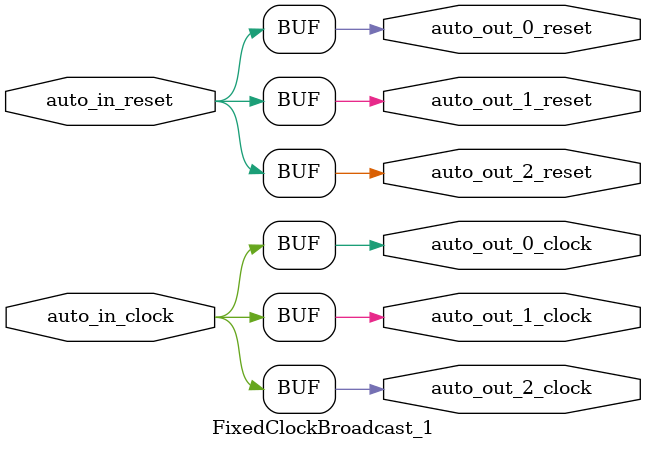
<source format=sv>
`ifndef RANDOMIZE
  `ifdef RANDOMIZE_REG_INIT
    `define RANDOMIZE
  `endif // RANDOMIZE_REG_INIT
`endif // not def RANDOMIZE
`ifndef RANDOMIZE
  `ifdef RANDOMIZE_MEM_INIT
    `define RANDOMIZE
  `endif // RANDOMIZE_MEM_INIT
`endif // not def RANDOMIZE

`ifndef RANDOM
  `define RANDOM $random
`endif // not def RANDOM

// Users can define 'PRINTF_COND' to add an extra gate to prints.
`ifndef PRINTF_COND_
  `ifdef PRINTF_COND
    `define PRINTF_COND_ (`PRINTF_COND)
  `else  // PRINTF_COND
    `define PRINTF_COND_ 1
  `endif // PRINTF_COND
`endif // not def PRINTF_COND_

// Users can define 'ASSERT_VERBOSE_COND' to add an extra gate to assert error printing.
`ifndef ASSERT_VERBOSE_COND_
  `ifdef ASSERT_VERBOSE_COND
    `define ASSERT_VERBOSE_COND_ (`ASSERT_VERBOSE_COND)
  `else  // ASSERT_VERBOSE_COND
    `define ASSERT_VERBOSE_COND_ 1
  `endif // ASSERT_VERBOSE_COND
`endif // not def ASSERT_VERBOSE_COND_

// Users can define 'STOP_COND' to add an extra gate to stop conditions.
`ifndef STOP_COND_
  `ifdef STOP_COND
    `define STOP_COND_ (`STOP_COND)
  `else  // STOP_COND
    `define STOP_COND_ 1
  `endif // STOP_COND
`endif // not def STOP_COND_

// Users can define INIT_RANDOM as general code that gets injected into the
// initializer block for modules with registers.
`ifndef INIT_RANDOM
  `define INIT_RANDOM
`endif // not def INIT_RANDOM

// If using random initialization, you can also define RANDOMIZE_DELAY to
// customize the delay used, otherwise 0.002 is used.
`ifndef RANDOMIZE_DELAY
  `define RANDOMIZE_DELAY 0.002
`endif // not def RANDOMIZE_DELAY

// Define INIT_RANDOM_PROLOG_ for use in our modules below.
`ifndef INIT_RANDOM_PROLOG_
  `ifdef RANDOMIZE
    `ifdef VERILATOR
      `define INIT_RANDOM_PROLOG_ `INIT_RANDOM
    `else  // VERILATOR
      `define INIT_RANDOM_PROLOG_ `INIT_RANDOM #`RANDOMIZE_DELAY begin end
    `endif // VERILATOR
  `else  // RANDOMIZE
    `define INIT_RANDOM_PROLOG_
  `endif // RANDOMIZE
`endif // not def INIT_RANDOM_PROLOG_

// Include register initializers in init blocks unless synthesis is set
`ifndef SYNTHESIS
  `ifndef ENABLE_INITIAL_REG_
    `define ENABLE_INITIAL_REG_
  `endif // not def ENABLE_INITIAL_REG_
`endif // not def SYNTHESIS

// Include rmemory initializers in init blocks unless synthesis is set
`ifndef SYNTHESIS
  `ifndef ENABLE_INITIAL_MEM_
    `define ENABLE_INITIAL_MEM_
  `endif // not def ENABLE_INITIAL_MEM_
`endif // not def SYNTHESIS

module FixedClockBroadcast_1(
  input  auto_in_clock,
         auto_in_reset,
  output auto_out_2_clock,
         auto_out_2_reset,
         auto_out_1_clock,
         auto_out_1_reset,
         auto_out_0_clock,
         auto_out_0_reset
);

  assign auto_out_2_clock = auto_in_clock;
  assign auto_out_2_reset = auto_in_reset;
  assign auto_out_1_clock = auto_in_clock;
  assign auto_out_1_reset = auto_in_reset;
  assign auto_out_0_clock = auto_in_clock;
  assign auto_out_0_reset = auto_in_reset;
endmodule


</source>
